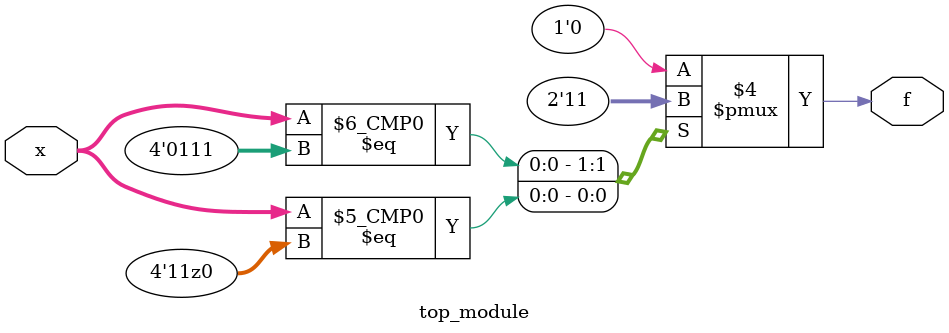
<source format=sv>
module top_module (
    input [4:1] x,
    output logic f
);

    always_comb begin
        f = 1'b0;
        
        case (x)
            4'b00?0: f = 1'b0;
            4'b00?1: f = 1'b0;
            4'b0101: f = 1'b0;
            4'b0111: f = 1'b1;
            4'b11?0: f = 1'b1;
            4'b1100: f = 1'b1;
            4'b1101: f = 1'b0;
            default: f = 1'b0;
        endcase
    end
endmodule

</source>
